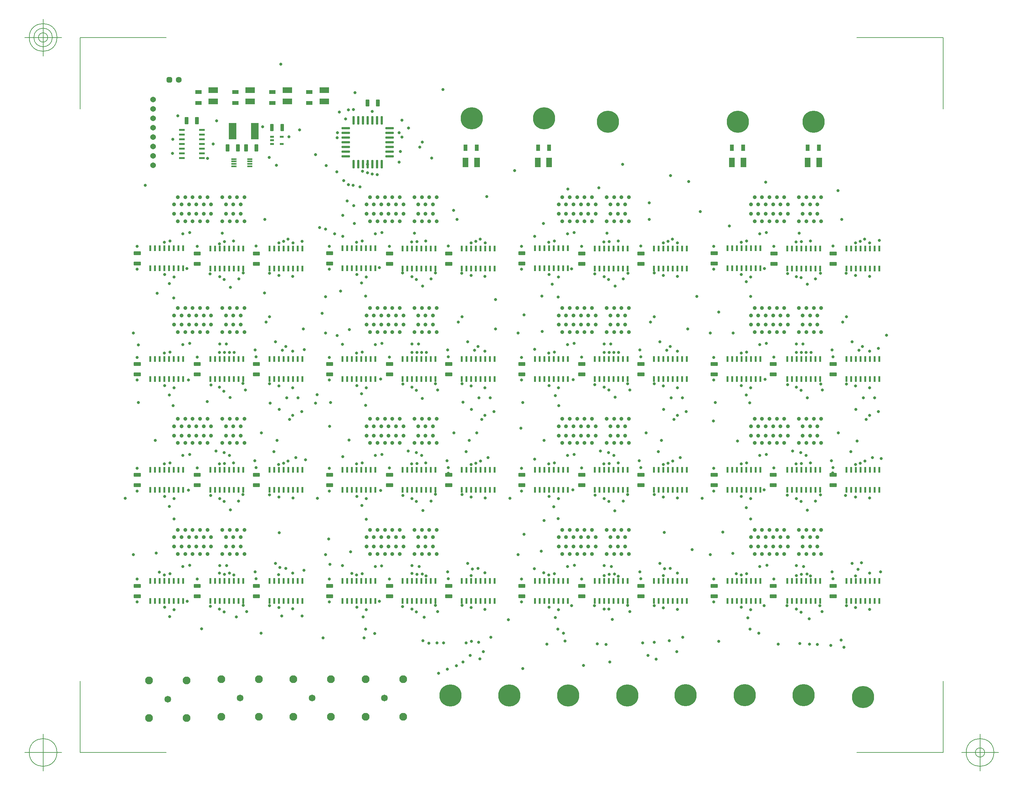
<source format=gbr>
G04 Generated by Ultiboard 13.0 *
%FSLAX34Y34*%
%MOMM*%

%ADD10C,0.0001*%
%ADD11C,0.1270*%
%ADD12C,6.0000*%
%ADD13R,1.5000X2.6000*%
%ADD14R,2.6000X1.5000*%
%ADD15C,1.0556*%
%ADD16C,0.8000*%
%ADD17R,0.1694X1.8628*%
%ADD18C,0.4232*%
%ADD19R,1.8628X0.1694*%
%ADD20R,0.5718X1.4818*%
%ADD21R,2.0000X4.5000*%
%ADD22R,1.3000X0.3500*%
%ADD23C,0.1000*%
%ADD24R,1.5500X0.6000*%
%ADD25R,1.1000X0.5500*%
%ADD26R,1.0500X1.7500*%
%ADD27R,1.7500X1.0500*%
%ADD28R,1.4818X0.5718*%
%ADD29R,0.6000X1.5500*%
%ADD30R,0.5291X0.5291*%
%ADD31C,0.9949*%
%ADD32C,1.6088*%
%ADD33C,1.5366*%
%ADD34C,2.1168*%
%ADD35C,1.8202*%


G04 ColorRGB FF00CC for the following layer *
%LNSolder Mask Top*%
%LPD*%
G54D10*
G54D11*
X-137315Y-815816D02*
X-137315Y-622403D01*
X-137315Y-815816D02*
X96098Y-815816D01*
X2196815Y-815816D02*
X1963402Y-815816D01*
X2196815Y-815816D02*
X2196815Y-622403D01*
X2196815Y1118315D02*
X2196815Y924902D01*
X2196815Y1118315D02*
X1963402Y1118315D01*
X-137315Y1118315D02*
X96098Y1118315D01*
X-137315Y1118315D02*
X-137315Y924902D01*
X-187315Y-815816D02*
X-287315Y-815816D01*
X-237315Y-865816D02*
X-237315Y-765816D01*
X-274815Y-815816D02*
G75*
D01*
G02X-274815Y-815816I37500J0*
G01*
X2246815Y-815816D02*
X2346815Y-815816D01*
X2296815Y-865816D02*
X2296815Y-765816D01*
X2259315Y-815816D02*
G75*
D01*
G02X2259315Y-815816I37500J0*
G01*
X2284315Y-815816D02*
G75*
D01*
G02X2284315Y-815816I12500J0*
G01*
X-187315Y1118315D02*
X-287315Y1118315D01*
X-237315Y1068315D02*
X-237315Y1168315D01*
X-274815Y1118315D02*
G75*
D01*
G02X-274815Y1118315I37500J0*
G01*
X-262315Y1118315D02*
G75*
D01*
G02X-262315Y1118315I25000J0*
G01*
X-249815Y1118315D02*
G75*
D01*
G02X-249815Y1118315I12500J0*
G01*
G54D12*
X1290000Y890000D03*
X921688Y900000D03*
X1642013Y890000D03*
X1846938Y890000D03*
X1117838Y900000D03*
X864276Y-661790D03*
X1023671Y-661790D03*
X1183066Y-661790D03*
X1342460Y-661790D03*
X1500605Y-660540D03*
X1660000Y-660540D03*
X1819395Y-660540D03*
X1980040Y-665460D03*
G54D13*
X1131588Y780000D03*
X1100588Y780000D03*
X936438Y780000D03*
X905438Y780000D03*
X1656763Y780000D03*
X1625763Y780000D03*
X1861688Y780000D03*
X1830688Y780000D03*
G54D14*
X223000Y945000D03*
X223000Y976000D03*
X323000Y976000D03*
X323000Y945000D03*
X423000Y945000D03*
X423000Y976000D03*
X523000Y976000D03*
X523000Y945000D03*
G54D15*
X137195Y641445D03*
X147195Y621445D03*
X157195Y641445D03*
X167195Y621445D03*
X177195Y641445D03*
X187195Y621445D03*
X197195Y641445D03*
X207195Y621445D03*
X217195Y641445D03*
X267195Y621445D03*
X247195Y621445D03*
X257195Y641445D03*
X287195Y621445D03*
X277195Y641445D03*
X307195Y621445D03*
X297195Y641445D03*
X117195Y666445D03*
X137195Y666445D03*
X157195Y666445D03*
X177195Y666445D03*
X197195Y666445D03*
X217195Y666445D03*
X257195Y666445D03*
X277195Y666445D03*
X297195Y666445D03*
X127195Y686445D03*
X147195Y686445D03*
X167195Y686445D03*
X187195Y686445D03*
X207195Y686445D03*
X247195Y686445D03*
X267195Y686445D03*
X287195Y686445D03*
X307195Y686445D03*
X117195Y641445D03*
X127195Y621445D03*
X137195Y41445D03*
X147195Y21445D03*
X157195Y41445D03*
X167195Y21445D03*
X177195Y41445D03*
X187195Y21445D03*
X197195Y41445D03*
X207195Y21445D03*
X217195Y41445D03*
X267195Y21445D03*
X247195Y21445D03*
X257195Y41445D03*
X287195Y21445D03*
X277195Y41445D03*
X307195Y21445D03*
X297195Y41445D03*
X117195Y66445D03*
X137195Y66445D03*
X157195Y66445D03*
X177195Y66445D03*
X197195Y66445D03*
X217195Y66445D03*
X257195Y66445D03*
X277195Y66445D03*
X297195Y66445D03*
X127195Y86445D03*
X147195Y86445D03*
X167195Y86445D03*
X187195Y86445D03*
X207195Y86445D03*
X247195Y86445D03*
X267195Y86445D03*
X287195Y86445D03*
X307195Y86445D03*
X117195Y41445D03*
X127195Y21445D03*
X137195Y341445D03*
X147195Y321445D03*
X157195Y341445D03*
X167195Y321445D03*
X177195Y341445D03*
X187195Y321445D03*
X197195Y341445D03*
X207195Y321445D03*
X217195Y341445D03*
X267195Y321445D03*
X247195Y321445D03*
X257195Y341445D03*
X287195Y321445D03*
X277195Y341445D03*
X307195Y321445D03*
X297195Y341445D03*
X117195Y366445D03*
X137195Y366445D03*
X157195Y366445D03*
X177195Y366445D03*
X197195Y366445D03*
X217195Y366445D03*
X257195Y366445D03*
X277195Y366445D03*
X297195Y366445D03*
X127195Y386445D03*
X147195Y386445D03*
X167195Y386445D03*
X187195Y386445D03*
X207195Y386445D03*
X247195Y386445D03*
X267195Y386445D03*
X287195Y386445D03*
X307195Y386445D03*
X117195Y341445D03*
X127195Y321445D03*
X137195Y-258555D03*
X147195Y-278555D03*
X157195Y-258555D03*
X167195Y-278555D03*
X177195Y-258555D03*
X187195Y-278555D03*
X197195Y-258555D03*
X207195Y-278555D03*
X217195Y-258555D03*
X267195Y-278555D03*
X247195Y-278555D03*
X257195Y-258555D03*
X287195Y-278555D03*
X277195Y-258555D03*
X307195Y-278555D03*
X297195Y-258555D03*
X117195Y-233555D03*
X137195Y-233555D03*
X157195Y-233555D03*
X177195Y-233555D03*
X197195Y-233555D03*
X217195Y-233555D03*
X257195Y-233555D03*
X277195Y-233555D03*
X297195Y-233555D03*
X127195Y-213555D03*
X147195Y-213555D03*
X167195Y-213555D03*
X187195Y-213555D03*
X207195Y-213555D03*
X247195Y-213555D03*
X267195Y-213555D03*
X287195Y-213555D03*
X307195Y-213555D03*
X117195Y-258555D03*
X127195Y-278555D03*
X657195Y641445D03*
X667195Y621445D03*
X677195Y641445D03*
X687195Y621445D03*
X697195Y641445D03*
X707195Y621445D03*
X717195Y641445D03*
X727195Y621445D03*
X737195Y641445D03*
X787195Y621445D03*
X767195Y621445D03*
X777195Y641445D03*
X807195Y621445D03*
X797195Y641445D03*
X827195Y621445D03*
X817195Y641445D03*
X637195Y666445D03*
X657195Y666445D03*
X677195Y666445D03*
X697195Y666445D03*
X717195Y666445D03*
X737195Y666445D03*
X777195Y666445D03*
X797195Y666445D03*
X817195Y666445D03*
X647195Y686445D03*
X667195Y686445D03*
X687195Y686445D03*
X707195Y686445D03*
X727195Y686445D03*
X767195Y686445D03*
X787195Y686445D03*
X807195Y686445D03*
X827195Y686445D03*
X637195Y641445D03*
X647195Y621445D03*
X657195Y341445D03*
X667195Y321445D03*
X677195Y341445D03*
X687195Y321445D03*
X697195Y341445D03*
X707195Y321445D03*
X717195Y341445D03*
X727195Y321445D03*
X737195Y341445D03*
X787195Y321445D03*
X767195Y321445D03*
X777195Y341445D03*
X807195Y321445D03*
X797195Y341445D03*
X827195Y321445D03*
X817195Y341445D03*
X637195Y366445D03*
X657195Y366445D03*
X677195Y366445D03*
X697195Y366445D03*
X717195Y366445D03*
X737195Y366445D03*
X777195Y366445D03*
X797195Y366445D03*
X817195Y366445D03*
X647195Y386445D03*
X667195Y386445D03*
X687195Y386445D03*
X707195Y386445D03*
X727195Y386445D03*
X767195Y386445D03*
X787195Y386445D03*
X807195Y386445D03*
X827195Y386445D03*
X637195Y341445D03*
X647195Y321445D03*
X657195Y41445D03*
X667195Y21445D03*
X677195Y41445D03*
X687195Y21445D03*
X697195Y41445D03*
X707195Y21445D03*
X717195Y41445D03*
X727195Y21445D03*
X737195Y41445D03*
X787195Y21445D03*
X767195Y21445D03*
X777195Y41445D03*
X807195Y21445D03*
X797195Y41445D03*
X827195Y21445D03*
X817195Y41445D03*
X637195Y66445D03*
X657195Y66445D03*
X677195Y66445D03*
X697195Y66445D03*
X717195Y66445D03*
X737195Y66445D03*
X777195Y66445D03*
X797195Y66445D03*
X817195Y66445D03*
X647195Y86445D03*
X667195Y86445D03*
X687195Y86445D03*
X707195Y86445D03*
X727195Y86445D03*
X767195Y86445D03*
X787195Y86445D03*
X807195Y86445D03*
X827195Y86445D03*
X637195Y41445D03*
X647195Y21445D03*
X657195Y-258555D03*
X667195Y-278555D03*
X677195Y-258555D03*
X687195Y-278555D03*
X697195Y-258555D03*
X707195Y-278555D03*
X717195Y-258555D03*
X727195Y-278555D03*
X737195Y-258555D03*
X787195Y-278555D03*
X767195Y-278555D03*
X777195Y-258555D03*
X807195Y-278555D03*
X797195Y-258555D03*
X827195Y-278555D03*
X817195Y-258555D03*
X637195Y-233555D03*
X657195Y-233555D03*
X677195Y-233555D03*
X697195Y-233555D03*
X717195Y-233555D03*
X737195Y-233555D03*
X777195Y-233555D03*
X797195Y-233555D03*
X817195Y-233555D03*
X647195Y-213555D03*
X667195Y-213555D03*
X687195Y-213555D03*
X707195Y-213555D03*
X727195Y-213555D03*
X767195Y-213555D03*
X787195Y-213555D03*
X807195Y-213555D03*
X827195Y-213555D03*
X637195Y-258555D03*
X647195Y-278555D03*
X1177195Y341445D03*
X1187195Y321445D03*
X1197195Y341445D03*
X1207195Y321445D03*
X1217195Y341445D03*
X1227195Y321445D03*
X1237195Y341445D03*
X1247195Y321445D03*
X1257195Y341445D03*
X1307195Y321445D03*
X1287195Y321445D03*
X1297195Y341445D03*
X1327195Y321445D03*
X1317195Y341445D03*
X1347195Y321445D03*
X1337195Y341445D03*
X1157195Y366445D03*
X1177195Y366445D03*
X1197195Y366445D03*
X1217195Y366445D03*
X1237195Y366445D03*
X1257195Y366445D03*
X1297195Y366445D03*
X1317195Y366445D03*
X1337195Y366445D03*
X1167195Y386445D03*
X1187195Y386445D03*
X1207195Y386445D03*
X1227195Y386445D03*
X1247195Y386445D03*
X1287195Y386445D03*
X1307195Y386445D03*
X1327195Y386445D03*
X1347195Y386445D03*
X1157195Y341445D03*
X1167195Y321445D03*
X1177195Y41445D03*
X1187195Y21445D03*
X1197195Y41445D03*
X1207195Y21445D03*
X1217195Y41445D03*
X1227195Y21445D03*
X1237195Y41445D03*
X1247195Y21445D03*
X1257195Y41445D03*
X1307195Y21445D03*
X1287195Y21445D03*
X1297195Y41445D03*
X1327195Y21445D03*
X1317195Y41445D03*
X1347195Y21445D03*
X1337195Y41445D03*
X1157195Y66445D03*
X1177195Y66445D03*
X1197195Y66445D03*
X1217195Y66445D03*
X1237195Y66445D03*
X1257195Y66445D03*
X1297195Y66445D03*
X1317195Y66445D03*
X1337195Y66445D03*
X1167195Y86445D03*
X1187195Y86445D03*
X1207195Y86445D03*
X1227195Y86445D03*
X1247195Y86445D03*
X1287195Y86445D03*
X1307195Y86445D03*
X1327195Y86445D03*
X1347195Y86445D03*
X1157195Y41445D03*
X1167195Y21445D03*
X1177195Y-258555D03*
X1187195Y-278555D03*
X1197195Y-258555D03*
X1207195Y-278555D03*
X1217195Y-258555D03*
X1227195Y-278555D03*
X1237195Y-258555D03*
X1247195Y-278555D03*
X1257195Y-258555D03*
X1307195Y-278555D03*
X1287195Y-278555D03*
X1297195Y-258555D03*
X1327195Y-278555D03*
X1317195Y-258555D03*
X1347195Y-278555D03*
X1337195Y-258555D03*
X1157195Y-233555D03*
X1177195Y-233555D03*
X1197195Y-233555D03*
X1217195Y-233555D03*
X1237195Y-233555D03*
X1257195Y-233555D03*
X1297195Y-233555D03*
X1317195Y-233555D03*
X1337195Y-233555D03*
X1167195Y-213555D03*
X1187195Y-213555D03*
X1207195Y-213555D03*
X1227195Y-213555D03*
X1247195Y-213555D03*
X1287195Y-213555D03*
X1307195Y-213555D03*
X1327195Y-213555D03*
X1347195Y-213555D03*
X1157195Y-258555D03*
X1167195Y-278555D03*
X1177195Y641445D03*
X1187195Y621445D03*
X1197195Y641445D03*
X1207195Y621445D03*
X1217195Y641445D03*
X1227195Y621445D03*
X1237195Y641445D03*
X1247195Y621445D03*
X1257195Y641445D03*
X1307195Y621445D03*
X1287195Y621445D03*
X1297195Y641445D03*
X1327195Y621445D03*
X1317195Y641445D03*
X1347195Y621445D03*
X1337195Y641445D03*
X1157195Y666445D03*
X1177195Y666445D03*
X1197195Y666445D03*
X1217195Y666445D03*
X1237195Y666445D03*
X1257195Y666445D03*
X1297195Y666445D03*
X1317195Y666445D03*
X1337195Y666445D03*
X1167195Y686445D03*
X1187195Y686445D03*
X1207195Y686445D03*
X1227195Y686445D03*
X1247195Y686445D03*
X1287195Y686445D03*
X1307195Y686445D03*
X1327195Y686445D03*
X1347195Y686445D03*
X1157195Y641445D03*
X1167195Y621445D03*
X1697195Y341445D03*
X1707195Y321445D03*
X1717195Y341445D03*
X1727195Y321445D03*
X1737195Y341445D03*
X1747195Y321445D03*
X1757195Y341445D03*
X1767195Y321445D03*
X1777195Y341445D03*
X1827195Y321445D03*
X1807195Y321445D03*
X1817195Y341445D03*
X1847195Y321445D03*
X1837195Y341445D03*
X1867195Y321445D03*
X1857195Y341445D03*
X1677195Y366445D03*
X1697195Y366445D03*
X1717195Y366445D03*
X1737195Y366445D03*
X1757195Y366445D03*
X1777195Y366445D03*
X1817195Y366445D03*
X1837195Y366445D03*
X1857195Y366445D03*
X1687195Y386445D03*
X1707195Y386445D03*
X1727195Y386445D03*
X1747195Y386445D03*
X1767195Y386445D03*
X1807195Y386445D03*
X1827195Y386445D03*
X1847195Y386445D03*
X1867195Y386445D03*
X1677195Y341445D03*
X1687195Y321445D03*
X1697195Y41445D03*
X1707195Y21445D03*
X1717195Y41445D03*
X1727195Y21445D03*
X1737195Y41445D03*
X1747195Y21445D03*
X1757195Y41445D03*
X1767195Y21445D03*
X1777195Y41445D03*
X1827195Y21445D03*
X1807195Y21445D03*
X1817195Y41445D03*
X1847195Y21445D03*
X1837195Y41445D03*
X1867195Y21445D03*
X1857195Y41445D03*
X1677195Y66445D03*
X1697195Y66445D03*
X1717195Y66445D03*
X1737195Y66445D03*
X1757195Y66445D03*
X1777195Y66445D03*
X1817195Y66445D03*
X1837195Y66445D03*
X1857195Y66445D03*
X1687195Y86445D03*
X1707195Y86445D03*
X1727195Y86445D03*
X1747195Y86445D03*
X1767195Y86445D03*
X1807195Y86445D03*
X1827195Y86445D03*
X1847195Y86445D03*
X1867195Y86445D03*
X1677195Y41445D03*
X1687195Y21445D03*
X1697195Y-258555D03*
X1707195Y-278555D03*
X1717195Y-258555D03*
X1727195Y-278555D03*
X1737195Y-258555D03*
X1747195Y-278555D03*
X1757195Y-258555D03*
X1767195Y-278555D03*
X1777195Y-258555D03*
X1827195Y-278555D03*
X1807195Y-278555D03*
X1817195Y-258555D03*
X1847195Y-278555D03*
X1837195Y-258555D03*
X1867195Y-278555D03*
X1857195Y-258555D03*
X1677195Y-233555D03*
X1697195Y-233555D03*
X1717195Y-233555D03*
X1737195Y-233555D03*
X1757195Y-233555D03*
X1777195Y-233555D03*
X1817195Y-233555D03*
X1837195Y-233555D03*
X1857195Y-233555D03*
X1687195Y-213555D03*
X1707195Y-213555D03*
X1727195Y-213555D03*
X1747195Y-213555D03*
X1767195Y-213555D03*
X1807195Y-213555D03*
X1827195Y-213555D03*
X1847195Y-213555D03*
X1867195Y-213555D03*
X1677195Y-258555D03*
X1687195Y-278555D03*
X1697195Y641445D03*
X1707195Y621445D03*
X1717195Y641445D03*
X1727195Y621445D03*
X1737195Y641445D03*
X1747195Y621445D03*
X1757195Y641445D03*
X1767195Y621445D03*
X1777195Y641445D03*
X1827195Y621445D03*
X1807195Y621445D03*
X1817195Y641445D03*
X1847195Y621445D03*
X1837195Y641445D03*
X1867195Y621445D03*
X1857195Y641445D03*
X1677195Y666445D03*
X1697195Y666445D03*
X1717195Y666445D03*
X1737195Y666445D03*
X1757195Y666445D03*
X1777195Y666445D03*
X1817195Y666445D03*
X1837195Y666445D03*
X1857195Y666445D03*
X1687195Y686445D03*
X1707195Y686445D03*
X1727195Y686445D03*
X1747195Y686445D03*
X1767195Y686445D03*
X1807195Y686445D03*
X1827195Y686445D03*
X1847195Y686445D03*
X1867195Y686445D03*
X1677195Y641445D03*
X1687195Y621445D03*
G54D16*
X39000Y718500D03*
X113000Y804500D03*
X127000Y906000D03*
X232000Y892500D03*
X666000Y747000D03*
X374000Y794000D03*
X116500Y-429500D03*
X240000Y-428000D03*
X400500Y-424000D03*
X105500Y-332500D03*
X141000Y-312500D03*
X419000Y-317500D03*
X438000Y-330500D03*
X240500Y-310500D03*
X391000Y-304500D03*
X7000Y-281000D03*
X-15000Y-128500D03*
X116500Y-129500D03*
X105500Y-32500D03*
X239500Y-35000D03*
X278000Y-32500D03*
X141000Y-12500D03*
X266500Y-12500D03*
X335041Y-27000D03*
X446000Y-18500D03*
X230000Y-500D03*
X252000Y-5000D03*
X387000Y-2500D03*
X395500Y28500D03*
X353500Y49000D03*
X429000Y85000D03*
X438000Y96500D03*
X462000Y106000D03*
X401000Y112500D03*
X421500Y143500D03*
X116500Y170500D03*
X240000Y172000D03*
X400500Y176000D03*
X438000Y171000D03*
X105500Y267500D03*
X266500Y266000D03*
X279500Y266500D03*
X141000Y287500D03*
X419000Y282500D03*
X438000Y269500D03*
X240500Y289500D03*
X391000Y295500D03*
X7000Y319000D03*
X375500Y363000D03*
X292000Y465500D03*
X116500Y470500D03*
X400500Y475000D03*
X438000Y472000D03*
X105500Y567500D03*
X278000Y567500D03*
X400500Y563000D03*
X438500Y563000D03*
X141000Y587500D03*
X425000Y573000D03*
X247500Y589000D03*
X636500Y-429500D03*
X920500Y-424000D03*
X958000Y-429000D03*
X536695Y-347055D03*
X625500Y-332500D03*
X773500Y-334000D03*
X661000Y-312500D03*
X939000Y-317500D03*
X760500Y-310500D03*
X911000Y-304500D03*
X527000Y-281000D03*
X505000Y-128500D03*
X636500Y-129500D03*
X536695Y-47055D03*
X625500Y-32500D03*
X759500Y-35000D03*
X773500Y-34000D03*
X798000Y-32500D03*
X933000Y-33000D03*
X661000Y-12500D03*
X786500Y-12500D03*
X855041Y-27000D03*
X966000Y-18500D03*
X750000Y-500D03*
X772000Y-5000D03*
X907000Y-2500D03*
X915500Y28500D03*
X873500Y49000D03*
X949000Y85000D03*
X958000Y96500D03*
X982000Y106000D03*
X921000Y112500D03*
X941500Y143500D03*
X636500Y170500D03*
X760000Y172000D03*
X920500Y176000D03*
X958000Y171000D03*
X536695Y252945D03*
X625500Y267500D03*
X773500Y266000D03*
X786500Y266000D03*
X799500Y266500D03*
X661000Y287500D03*
X939000Y282500D03*
X929500Y272500D03*
X958000Y269500D03*
X760500Y289500D03*
X911000Y295500D03*
X527000Y319000D03*
X885500Y348500D03*
X895500Y363000D03*
X812000Y465500D03*
X636500Y470500D03*
X920500Y475000D03*
X958000Y472000D03*
X536695Y552945D03*
X625500Y567500D03*
X759500Y565000D03*
X773500Y566000D03*
X798000Y567500D03*
X920500Y563000D03*
X933000Y567000D03*
X958500Y563000D03*
X661000Y587500D03*
X945000Y573000D03*
X767500Y589000D03*
X882500Y626000D03*
X1676500Y-429500D03*
X1800000Y-428000D03*
X1960500Y-424000D03*
X1998000Y-429000D03*
X1576695Y-347055D03*
X1665500Y-332500D03*
X1813500Y-334000D03*
X1828500Y-333500D03*
X1701000Y-312500D03*
X1998000Y-330500D03*
X1800500Y-310500D03*
X1951000Y-304500D03*
X1567000Y-281000D03*
X1545000Y-128500D03*
X1676500Y-129500D03*
X1576695Y-47055D03*
X1665500Y-32500D03*
X1799500Y-35000D03*
X1813500Y-34000D03*
X1838000Y-32500D03*
X1973000Y-33000D03*
X1701000Y-12500D03*
X1826500Y-12500D03*
X1895041Y-27000D03*
X2006000Y-18500D03*
X1790000Y-500D03*
X1812000Y-5000D03*
X1947000Y-2500D03*
X1913500Y49000D03*
X1989000Y85000D03*
X1998000Y96500D03*
X2022000Y106000D03*
X1961000Y112500D03*
X1981500Y143500D03*
X1676500Y170500D03*
X1800000Y172000D03*
X1960500Y176000D03*
X1998000Y171000D03*
X1576695Y252945D03*
X1665500Y267500D03*
X1813500Y266000D03*
X1826500Y266000D03*
X1839500Y266500D03*
X1701000Y287500D03*
X1979000Y282500D03*
X1969500Y272500D03*
X1998000Y269500D03*
X1800500Y289500D03*
X1951000Y295500D03*
X1567000Y319000D03*
X1925500Y348500D03*
X1935500Y363000D03*
X1852000Y465500D03*
X1676500Y470500D03*
X1960500Y475000D03*
X1998000Y472000D03*
X1576695Y552945D03*
X1665500Y567500D03*
X1799500Y565000D03*
X1813500Y566000D03*
X1838000Y567500D03*
X1960500Y563000D03*
X1973000Y567000D03*
X1998500Y563000D03*
X1701000Y587500D03*
X1985000Y573000D03*
X1807500Y589000D03*
X1922500Y626000D03*
X1156500Y-429500D03*
X1280000Y-428000D03*
X1478000Y-429000D03*
X1056695Y-347055D03*
X1145500Y-332500D03*
X1293500Y-334000D03*
X1308500Y-333500D03*
X1181000Y-312500D03*
X1459000Y-317500D03*
X1478000Y-330500D03*
X1280500Y-310500D03*
X1431000Y-304500D03*
X1047000Y-281000D03*
X1025000Y-128500D03*
X1156500Y-129500D03*
X1056695Y-47055D03*
X1145500Y-32500D03*
X1279500Y-35000D03*
X1293500Y-34000D03*
X1318000Y-32500D03*
X1453000Y-33000D03*
X1181000Y-12500D03*
X1306500Y-12500D03*
X1375041Y-27000D03*
X1486000Y-18500D03*
X1270000Y-500D03*
X1292000Y-5000D03*
X1427000Y-2500D03*
X1435500Y28500D03*
X1393500Y49000D03*
X1469000Y85000D03*
X1478000Y96500D03*
X1502000Y106000D03*
X1441000Y112500D03*
X1461500Y143500D03*
X1156500Y170500D03*
X1280000Y172000D03*
X1440500Y176000D03*
X1478000Y171000D03*
X1056695Y252945D03*
X1145500Y267500D03*
X1293500Y266000D03*
X1306500Y266000D03*
X1319500Y266500D03*
X1181000Y287500D03*
X1459000Y282500D03*
X1449500Y272500D03*
X1478000Y269500D03*
X1280500Y289500D03*
X1431000Y295500D03*
X1047000Y319000D03*
X1405500Y348500D03*
X1415500Y363000D03*
X1332000Y465500D03*
X1156500Y470500D03*
X1440500Y475000D03*
X1478000Y472000D03*
X1056695Y552945D03*
X1145500Y567500D03*
X1279500Y565000D03*
X1293500Y566000D03*
X1318000Y567500D03*
X1440500Y563000D03*
X1453000Y567000D03*
X1478500Y563000D03*
X1181000Y587500D03*
X1465000Y573000D03*
X1287500Y589000D03*
X1402500Y626000D03*
X1675000Y-482000D03*
X1154500Y-482000D03*
X659500Y-494000D03*
X352500Y-493000D03*
X631000Y-505500D03*
X973500Y-504500D03*
X266500Y-331000D03*
X408500Y-447000D03*
X463500Y-447000D03*
X438000Y-427000D03*
X790000Y-513500D03*
X760000Y-428000D03*
X856000Y-590500D03*
X806000Y-520000D03*
X880500Y-581000D03*
X828500Y-519500D03*
X16695Y-347055D03*
X253500Y-334000D03*
X16695Y-47055D03*
X253500Y-34000D03*
X413000Y-33000D03*
X16695Y252945D03*
X253500Y266000D03*
X409500Y272500D03*
X365500Y348500D03*
X16695Y552945D03*
X253500Y566000D03*
X413000Y567000D03*
X362500Y626000D03*
X403000Y-315000D03*
X788500Y-333500D03*
X898000Y-571000D03*
X845500Y-519500D03*
X924000Y-320000D03*
X918000Y-553500D03*
X906500Y-519500D03*
X944500Y-563000D03*
X921000Y-515500D03*
X953000Y-543500D03*
X940500Y-517500D03*
X832000Y-601500D03*
X1966500Y-320500D03*
X1751000Y-523000D03*
X1477000Y-543500D03*
X1456500Y-513500D03*
X1415500Y-518000D03*
X1398500Y-553500D03*
X1384000Y-519500D03*
X1295500Y-571000D03*
X1285000Y-523500D03*
X1224000Y-580500D03*
X1261500Y-522000D03*
X1174500Y-514500D03*
X1060000Y-588500D03*
X427500Y849500D03*
X1182000Y708500D03*
X1459500Y744500D03*
X1330500Y775500D03*
X1509000Y728500D03*
X1717000Y727000D03*
X602000Y923000D03*
X2028000Y-327500D03*
X1864000Y-418500D03*
X2029500Y-21000D03*
X733000Y894500D03*
X2021500Y277000D03*
X788000Y835500D03*
X2024500Y569500D03*
X1712500Y-418500D03*
X1192000Y-419000D03*
X1344000Y-418000D03*
X1344000Y-118000D03*
X1344000Y182000D03*
X823500Y481000D03*
X824000Y182000D03*
X824000Y-117500D03*
X824000Y-417500D03*
X304000Y481000D03*
X303500Y182500D03*
X303500Y-118500D03*
X304000Y-418000D03*
X1713000Y-105500D03*
X1775500Y-119500D03*
X1776500Y179500D03*
X1715500Y193500D03*
X1776500Y479500D03*
X1714000Y493500D03*
X1255500Y-119500D03*
X1195500Y-105500D03*
X1255000Y179000D03*
X1196000Y193000D03*
X1255000Y478500D03*
X1192500Y492500D03*
X735000Y481500D03*
X672500Y495500D03*
X736000Y180500D03*
X675500Y194500D03*
X735500Y-121000D03*
X675500Y-107000D03*
X735000Y-421000D03*
X672500Y-407000D03*
X215000Y-420500D03*
X152500Y-406500D03*
X216000Y-120500D03*
X155500Y-106500D03*
X216500Y178000D03*
X155500Y192000D03*
X214000Y479000D03*
X151500Y493000D03*
X781500Y822000D03*
X1092500Y580500D03*
X751000Y873500D03*
X1092500Y275000D03*
X640000Y752500D03*
X588500Y922500D03*
X564000Y916500D03*
X1092500Y-22000D03*
X581000Y898000D03*
X1091500Y-318500D03*
X559000Y860500D03*
X725500Y860500D03*
X729000Y809500D03*
X652500Y748500D03*
X588500Y720000D03*
X573500Y580500D03*
X575500Y731000D03*
X526500Y417000D03*
X504000Y152000D03*
X573500Y-15500D03*
X499500Y801500D03*
X500000Y129000D03*
X572500Y-310500D03*
X1344500Y480500D03*
X1865000Y480500D03*
X1935000Y480500D03*
X1866000Y181000D03*
X1865500Y-119000D03*
X1933000Y-121000D03*
X733500Y848500D03*
X726000Y781000D03*
X601000Y718000D03*
X585000Y676000D03*
X463500Y567000D03*
X602500Y663000D03*
X469000Y273500D03*
X510500Y604000D03*
X472500Y-24500D03*
X558000Y847500D03*
X528000Y771500D03*
X527000Y600000D03*
X468000Y-323000D03*
X1809500Y-521000D03*
X1856500Y-523500D03*
X1836000Y-523000D03*
X1921000Y-511500D03*
X1929000Y-531500D03*
X520000Y-505500D03*
X1964000Y26500D03*
X1976500Y-303000D03*
X239500Y560500D03*
X1125500Y-523000D03*
X1830000Y450500D03*
X1310000Y445500D03*
X269000Y442500D03*
X788500Y142000D03*
X1310000Y145000D03*
X1830000Y143500D03*
X269000Y-159500D03*
X790000Y-161000D03*
X1309000Y-162000D03*
X1830000Y-160000D03*
X1834500Y-454000D03*
X1668500Y-452000D03*
X1302000Y-456000D03*
X1148500Y-451000D03*
X793000Y-450000D03*
X628500Y-449000D03*
X105000Y-448500D03*
X1676500Y-184500D03*
X1674000Y130000D03*
X1157500Y122000D03*
X114000Y122000D03*
X1156000Y-183500D03*
X116000Y414000D03*
X635000Y418500D03*
X1156000Y416000D03*
X1676500Y417500D03*
X573500Y637500D03*
X456500Y868250D03*
X1540000Y647500D03*
X1038500Y758500D03*
X1118000Y28000D03*
X1055000Y61500D03*
X1117500Y-188000D03*
X1110000Y-271500D03*
X1063500Y-226000D03*
X535500Y-238000D03*
X537500Y66500D03*
X206500Y133500D03*
X376500Y129000D03*
X898000Y132000D03*
X936000Y49000D03*
X401000Y-221000D03*
X986500Y409000D03*
X1063500Y368000D03*
X1111500Y419000D03*
X517500Y372500D03*
X567000Y432000D03*
X362000Y427500D03*
X71500Y426000D03*
X1531000Y417500D03*
X1590500Y375500D03*
X1576000Y81000D03*
X1601000Y-220000D03*
X1590500Y-515500D03*
X1442500Y-220500D03*
X1518000Y-267000D03*
X20000Y287000D03*
X66000Y28000D03*
X68500Y-276500D03*
X594500Y-273000D03*
X538500Y-307000D03*
X590500Y29000D03*
X591000Y328000D03*
X558000Y312000D03*
X604500Y615000D03*
X551500Y587000D03*
X1116000Y615500D03*
X1112500Y323000D03*
X1628500Y-277000D03*
X1640500Y27000D03*
X1629000Y319000D03*
X1619000Y608500D03*
X557000Y755000D03*
X113500Y842500D03*
X1265500Y712000D03*
X606000Y969000D03*
X1913000Y704000D03*
X653000Y918000D03*
X394000Y772500D03*
X873000Y651000D03*
X1465500Y-27146D03*
X1985500Y-27146D03*
X945500Y-27146D03*
X425500Y-27146D03*
X1170500Y-493500D03*
X1698500Y-493500D03*
X678500Y-311000D03*
X1199500Y-309750D03*
X1720793Y-309707D03*
X159500Y-309750D03*
X679000Y-9500D03*
X1199000Y-9500D03*
X1719000Y-9500D03*
X159000Y-9500D03*
X679000Y290500D03*
X1199000Y290500D03*
X159000Y290500D03*
X1719000Y290500D03*
X679000Y590500D03*
X1199000Y590500D03*
X159000Y590500D03*
X1719000Y590500D03*
X16695Y491445D03*
X91195Y476945D03*
X104075Y452500D03*
X252500Y463468D03*
X1056695Y491445D03*
X16695Y191445D03*
X1576695Y491445D03*
X536695Y491445D03*
X1131195Y476945D03*
X91195Y176945D03*
X1139500Y451000D03*
X104000Y151000D03*
X1651195Y476945D03*
X611195Y476945D03*
X1664500Y458000D03*
X624000Y454500D03*
X1292295Y463205D03*
X251500Y161500D03*
X268500Y144500D03*
X1813000Y468500D03*
X772500Y463860D03*
X1056695Y191445D03*
X789000Y446000D03*
X16695Y-108555D03*
X1576695Y191445D03*
X536695Y191445D03*
X1131195Y176945D03*
X91195Y-123055D03*
X1148500Y149500D03*
X1651195Y176945D03*
X611195Y176945D03*
X104500Y-150000D03*
X1664500Y151500D03*
X623750Y154500D03*
X1293000Y164390D03*
X252000Y-136709D03*
X1813000Y163890D03*
X772500Y163468D03*
X1056695Y-108555D03*
X16695Y-408555D03*
X1576695Y-108555D03*
X536695Y-108555D03*
X1131195Y-123055D03*
X91195Y-423055D03*
X1144250Y-151000D03*
X1651195Y-123055D03*
X611195Y-123055D03*
X1664500Y-154000D03*
X624500Y-148000D03*
X1292780Y-136310D03*
X252000Y-436000D03*
X1812780Y-136310D03*
X772500Y-137000D03*
X285500Y-449000D03*
X1056695Y-408555D03*
X1576695Y-408555D03*
X536695Y-408555D03*
X1131195Y-423055D03*
X1651195Y-423055D03*
X611195Y-423055D03*
X1293000Y-428110D03*
X1812545Y-436545D03*
X772000Y-436000D03*
X222500Y830500D03*
X627000Y756500D03*
X207500Y791500D03*
X356500Y877000D03*
X640000Y775000D03*
X405500Y1046500D03*
X844000Y977500D03*
X813500Y792000D03*
X90695Y564695D03*
X962500Y688000D03*
X1402500Y670890D03*
X339000Y554500D03*
X610695Y564695D03*
X1130695Y564695D03*
X1650695Y564695D03*
X90695Y264695D03*
X859000Y554500D03*
X1379000Y554500D03*
X179500Y553500D03*
X339000Y254500D03*
X610695Y264695D03*
X1899000Y554500D03*
X699500Y553500D03*
X1650695Y264695D03*
X1219500Y553500D03*
X1130695Y264695D03*
X452000Y143500D03*
X859000Y254500D03*
X1379000Y254500D03*
X90695Y-35305D03*
X179500Y253500D03*
X1739500Y553500D03*
X339000Y-45500D03*
X972000Y143500D03*
X1899000Y254500D03*
X1492000Y143500D03*
X610695Y-35305D03*
X699500Y253500D03*
X1219500Y253500D03*
X859000Y-45500D03*
X2012000Y143500D03*
X1650695Y-35305D03*
X1379000Y-45500D03*
X179500Y-46500D03*
X339000Y-345500D03*
X1130695Y-35305D03*
X859000Y-60500D03*
X1379500Y-65500D03*
X1739500Y253500D03*
X90695Y-335305D03*
X1899000Y-45500D03*
X1898500Y-59750D03*
X699500Y-46500D03*
X1219500Y-46500D03*
X179500Y-346500D03*
X610695Y-335305D03*
X1444000Y-319000D03*
X859000Y-345500D03*
X1739500Y-46500D03*
X1650695Y-335305D03*
X1379000Y-345500D03*
X1130695Y-335305D03*
X1899000Y-345500D03*
X699500Y-346500D03*
X1219500Y-346500D03*
X1739500Y-346500D03*
X191500Y-481500D03*
X635000Y-482000D03*
X77500Y-328250D03*
X1637500Y-332000D03*
X1117000Y-330000D03*
X597500Y-331097D03*
X620000Y714500D03*
X375000Y182000D03*
X572500Y288500D03*
X895500Y181500D03*
X1415500Y181500D03*
X1935500Y180500D03*
X375000Y-119000D03*
X895500Y-118000D03*
X1415500Y-118500D03*
X375500Y-418500D03*
X895500Y-418000D03*
X1254000Y-419000D03*
X1415500Y-418500D03*
X1935500Y-419000D03*
X1774500Y-418500D03*
X1493000Y-504500D03*
X1021000Y-457000D03*
X1580500Y130500D03*
X1060500Y130500D03*
X636500Y-185000D03*
X540500Y130500D03*
X116500Y-184000D03*
X635000Y123500D03*
X20500Y130500D03*
X1280500Y-129000D03*
X760500Y-129000D03*
X240500Y-129000D03*
X1800500Y-129000D03*
X1280500Y471000D03*
X760500Y471000D03*
X240500Y471000D03*
X1800500Y471000D03*
X240000Y-331000D03*
X1800000Y-337000D03*
X760000Y-331500D03*
X1280000Y-337250D03*
X240000Y266000D03*
X1800000Y266000D03*
X1280000Y266000D03*
X760000Y266000D03*
X1838500Y-338500D03*
X1318500Y-339000D03*
X278500Y-335500D03*
X1819500Y-312500D03*
X798500Y-338000D03*
X259500Y-310500D03*
X1299500Y-312500D03*
X779500Y-312500D03*
X1818000Y289500D03*
X258000Y289500D03*
X1298000Y289500D03*
X778000Y289500D03*
X313500Y-435000D03*
X1869905Y-434500D03*
X829905Y-434500D03*
X336500Y-327000D03*
X1896500Y-327000D03*
X1349905Y-434500D03*
X856500Y-327000D03*
X291707Y-135500D03*
X1851707Y-135500D03*
X1376500Y-327000D03*
X811707Y-135500D03*
X1331707Y-135500D03*
X310000Y165000D03*
X1870000Y165000D03*
X830000Y165000D03*
X336500Y273000D03*
X1896500Y273000D03*
X1350000Y165000D03*
X856500Y273000D03*
X1376500Y273000D03*
X1421000Y-563500D03*
X1440500Y-425000D03*
X400500Y-125250D03*
X920500Y-125250D03*
X1440500Y-125250D03*
X1960500Y-125250D03*
X1893500Y-526500D03*
X920500Y-337000D03*
X1960500Y-338500D03*
X1440323Y-337177D03*
X400000Y-335000D03*
X920000Y-36750D03*
X1960000Y-36750D03*
X1440000Y-36750D03*
X400000Y-36750D03*
X986500Y330000D03*
X2043500Y312500D03*
X1506500Y330000D03*
X466500Y330000D03*
X957823Y-330177D03*
X1998500Y-127750D03*
X1478500Y-127750D03*
X958500Y-127750D03*
X438500Y-127750D03*
X375500Y480500D03*
X895000Y480500D03*
X1415500Y481000D03*
G54D17*
X614600Y894267D03*
X627300Y894267D03*
X614600Y775733D03*
X601900Y775733D03*
X627300Y775733D03*
X640000Y775733D03*
X652700Y775733D03*
X665400Y775733D03*
X678100Y775733D03*
X601900Y894267D03*
X640000Y894267D03*
X652700Y894267D03*
X665400Y894267D03*
X678100Y894267D03*
G54D18*
X613753Y884953D02*
X615447Y884953D01*
X615447Y903581D01*
X613753Y903581D01*
X613753Y884953D01*D02*
X626453Y884953D02*
X628147Y884953D01*
X628147Y903581D01*
X626453Y903581D01*
X626453Y884953D01*D02*
X613753Y766419D02*
X615447Y766419D01*
X615447Y785047D01*
X613753Y785047D01*
X613753Y766419D01*D02*
X601053Y766419D02*
X602747Y766419D01*
X602747Y785047D01*
X601053Y785047D01*
X601053Y766419D01*D02*
X626453Y766419D02*
X628147Y766419D01*
X628147Y785047D01*
X626453Y785047D01*
X626453Y766419D01*D02*
X639153Y766419D02*
X640847Y766419D01*
X640847Y785047D01*
X639153Y785047D01*
X639153Y766419D01*D02*
X651853Y766419D02*
X653547Y766419D01*
X653547Y785047D01*
X651853Y785047D01*
X651853Y766419D01*D02*
X664553Y766419D02*
X666247Y766419D01*
X666247Y785047D01*
X664553Y785047D01*
X664553Y766419D01*D02*
X677253Y766419D02*
X678947Y766419D01*
X678947Y785047D01*
X677253Y785047D01*
X677253Y766419D01*D02*
X571419Y796053D02*
X590047Y796053D01*
X590047Y797747D01*
X571419Y797747D01*
X571419Y796053D01*D02*
X571419Y808753D02*
X590047Y808753D01*
X590047Y810447D01*
X571419Y810447D01*
X571419Y808753D01*D02*
X689953Y796053D02*
X708581Y796053D01*
X708581Y797747D01*
X689953Y797747D01*
X689953Y796053D01*D02*
X689953Y808753D02*
X708581Y808753D01*
X708581Y810447D01*
X689953Y810447D01*
X689953Y808753D01*D02*
X571419Y821453D02*
X590047Y821453D01*
X590047Y823147D01*
X571419Y823147D01*
X571419Y821453D01*D02*
X689953Y821453D02*
X708581Y821453D01*
X708581Y823147D01*
X689953Y823147D01*
X689953Y821453D01*D02*
X571419Y834153D02*
X590047Y834153D01*
X590047Y835847D01*
X571419Y835847D01*
X571419Y834153D01*D02*
X571419Y846853D02*
X590047Y846853D01*
X590047Y848547D01*
X571419Y848547D01*
X571419Y846853D01*D02*
X689953Y834153D02*
X708581Y834153D01*
X708581Y835847D01*
X689953Y835847D01*
X689953Y834153D01*D02*
X689953Y846853D02*
X708581Y846853D01*
X708581Y848547D01*
X689953Y848547D01*
X689953Y846853D01*D02*
X571419Y859553D02*
X590047Y859553D01*
X590047Y861247D01*
X571419Y861247D01*
X571419Y859553D01*D02*
X689953Y859553D02*
X708581Y859553D01*
X708581Y861247D01*
X689953Y861247D01*
X689953Y859553D01*D02*
X571419Y872253D02*
X590047Y872253D01*
X590047Y873947D01*
X571419Y873947D01*
X571419Y872253D01*D02*
X601053Y884953D02*
X602747Y884953D01*
X602747Y903581D01*
X601053Y903581D01*
X601053Y884953D01*D02*
X639153Y884953D02*
X640847Y884953D01*
X640847Y903581D01*
X639153Y903581D01*
X639153Y884953D01*D02*
X651853Y884953D02*
X653547Y884953D01*
X653547Y903581D01*
X651853Y903581D01*
X651853Y884953D01*D02*
X664553Y884953D02*
X666247Y884953D01*
X666247Y903581D01*
X664553Y903581D01*
X664553Y884953D01*D02*
X677253Y884953D02*
X678947Y884953D01*
X678947Y903581D01*
X677253Y903581D01*
X677253Y884953D01*D02*
X689953Y872253D02*
X708581Y872253D01*
X708581Y873947D01*
X689953Y873947D01*
X689953Y872253D01*D02*
X336111Y812591D02*
X341829Y812591D01*
X341829Y827409D01*
X336111Y827409D01*
X336111Y812591D01*D02*
X308171Y812591D02*
X313889Y812591D01*
X313889Y827409D01*
X308171Y827409D01*
X308171Y812591D01*D02*
X378171Y867591D02*
X383889Y867591D01*
X383889Y882409D01*
X378171Y882409D01*
X378171Y867591D01*D02*
X406111Y867591D02*
X411829Y867591D01*
X411829Y882409D01*
X406111Y882409D01*
X406111Y867591D01*D02*
X286111Y812591D02*
X291829Y812591D01*
X291829Y827409D01*
X286111Y827409D01*
X286111Y812591D01*D02*
X258171Y812591D02*
X263889Y812591D01*
X263889Y827409D01*
X258171Y827409D01*
X258171Y812591D01*D02*
X175111Y886091D02*
X180829Y886091D01*
X180829Y900909D01*
X175111Y900909D01*
X175111Y886091D01*D02*
X147171Y886091D02*
X152889Y886091D01*
X152889Y900909D01*
X147171Y900909D01*
X147171Y886091D01*D02*
X664611Y934091D02*
X670329Y934091D01*
X670329Y948909D01*
X664611Y948909D01*
X664611Y934091D01*D02*
X636671Y934091D02*
X642389Y934091D01*
X642389Y948909D01*
X636671Y948909D01*
X636671Y934091D01*D02*
X171841Y503171D02*
X186659Y503171D01*
X186659Y508889D01*
X171841Y508889D01*
X171841Y503171D01*D02*
X171841Y531111D02*
X186659Y531111D01*
X186659Y536829D01*
X171841Y536829D01*
X171841Y531111D01*D02*
X331841Y503171D02*
X346659Y503171D01*
X346659Y508889D01*
X331841Y508889D01*
X331841Y503171D01*D02*
X331841Y531111D02*
X346659Y531111D01*
X346659Y536829D01*
X331841Y536829D01*
X331841Y531111D01*D02*
X331841Y-95384D02*
X346659Y-95384D01*
X346659Y-89666D01*
X331841Y-89666D01*
X331841Y-95384D01*D02*
X331841Y-67444D02*
X346659Y-67444D01*
X346659Y-61726D01*
X331841Y-61726D01*
X331841Y-67444D01*D02*
X171841Y-95384D02*
X186659Y-95384D01*
X186659Y-89666D01*
X171841Y-89666D01*
X171841Y-95384D01*D02*
X171841Y-67444D02*
X186659Y-67444D01*
X186659Y-61726D01*
X171841Y-61726D01*
X171841Y-67444D01*D02*
X331841Y204616D02*
X346659Y204616D01*
X346659Y210334D01*
X331841Y210334D01*
X331841Y204616D01*D02*
X331841Y232556D02*
X346659Y232556D01*
X346659Y238274D01*
X331841Y238274D01*
X331841Y232556D01*D02*
X171841Y204616D02*
X186659Y204616D01*
X186659Y210334D01*
X171841Y210334D01*
X171841Y204616D01*D02*
X171841Y232556D02*
X186659Y232556D01*
X186659Y238274D01*
X171841Y238274D01*
X171841Y232556D01*D02*
X171841Y-395384D02*
X186659Y-395384D01*
X186659Y-389666D01*
X171841Y-389666D01*
X171841Y-395384D01*D02*
X171841Y-367444D02*
X186659Y-367444D01*
X186659Y-361726D01*
X171841Y-361726D01*
X171841Y-367444D01*D02*
X331841Y-395384D02*
X346659Y-395384D01*
X346659Y-389666D01*
X331841Y-389666D01*
X331841Y-395384D01*D02*
X331841Y-367444D02*
X346659Y-367444D01*
X346659Y-361726D01*
X331841Y-361726D01*
X331841Y-367444D01*D02*
X9786Y204616D02*
X24604Y204616D01*
X24604Y210334D01*
X9786Y210334D01*
X9786Y204616D01*D02*
X9786Y232556D02*
X24604Y232556D01*
X24604Y238274D01*
X9786Y238274D01*
X9786Y232556D01*D02*
X529786Y-395384D02*
X544604Y-395384D01*
X544604Y-389666D01*
X529786Y-389666D01*
X529786Y-395384D01*D02*
X529786Y-367444D02*
X544604Y-367444D01*
X544604Y-361726D01*
X529786Y-361726D01*
X529786Y-367444D01*D02*
X691841Y-395384D02*
X706659Y-395384D01*
X706659Y-389666D01*
X691841Y-389666D01*
X691841Y-395384D01*D02*
X691841Y-367444D02*
X706659Y-367444D01*
X706659Y-361726D01*
X691841Y-361726D01*
X691841Y-367444D01*D02*
X851841Y-395384D02*
X866659Y-395384D01*
X866659Y-389666D01*
X851841Y-389666D01*
X851841Y-395384D01*D02*
X851841Y-367444D02*
X866659Y-367444D01*
X866659Y-361726D01*
X851841Y-361726D01*
X851841Y-367444D01*D02*
X9786Y504616D02*
X24604Y504616D01*
X24604Y510334D01*
X9786Y510334D01*
X9786Y504616D01*D02*
X9786Y532556D02*
X24604Y532556D01*
X24604Y538274D01*
X9786Y538274D01*
X9786Y532556D01*D02*
X691841Y503171D02*
X706659Y503171D01*
X706659Y508889D01*
X691841Y508889D01*
X691841Y503171D01*D02*
X691841Y531111D02*
X706659Y531111D01*
X706659Y536829D01*
X691841Y536829D01*
X691841Y531111D01*D02*
X851841Y503171D02*
X866659Y503171D01*
X866659Y508889D01*
X851841Y508889D01*
X851841Y503171D01*D02*
X851841Y531111D02*
X866659Y531111D01*
X866659Y536829D01*
X851841Y536829D01*
X851841Y531111D01*D02*
X529786Y504616D02*
X544604Y504616D01*
X544604Y510334D01*
X529786Y510334D01*
X529786Y504616D01*D02*
X529786Y532556D02*
X544604Y532556D01*
X544604Y538274D01*
X529786Y538274D01*
X529786Y532556D01*D02*
X1049786Y204616D02*
X1064604Y204616D01*
X1064604Y210334D01*
X1049786Y210334D01*
X1049786Y204616D01*D02*
X1049786Y232556D02*
X1064604Y232556D01*
X1064604Y238274D01*
X1049786Y238274D01*
X1049786Y232556D01*D02*
X1569786Y204616D02*
X1584604Y204616D01*
X1584604Y210334D01*
X1569786Y210334D01*
X1569786Y204616D01*D02*
X1569786Y232556D02*
X1584604Y232556D01*
X1584604Y238274D01*
X1569786Y238274D01*
X1569786Y232556D01*D02*
X529786Y204616D02*
X544604Y204616D01*
X544604Y210334D01*
X529786Y210334D01*
X529786Y204616D01*D02*
X529786Y232556D02*
X544604Y232556D01*
X544604Y238274D01*
X529786Y238274D01*
X529786Y232556D01*D02*
X691841Y204616D02*
X706659Y204616D01*
X706659Y210334D01*
X691841Y210334D01*
X691841Y204616D01*D02*
X691841Y232556D02*
X706659Y232556D01*
X706659Y238274D01*
X691841Y238274D01*
X691841Y232556D01*D02*
X851841Y204616D02*
X866659Y204616D01*
X866659Y210334D01*
X851841Y210334D01*
X851841Y204616D01*D02*
X851841Y232556D02*
X866659Y232556D01*
X866659Y238274D01*
X851841Y238274D01*
X851841Y232556D01*D02*
X1049786Y-95384D02*
X1064604Y-95384D01*
X1064604Y-89666D01*
X1049786Y-89666D01*
X1049786Y-95384D01*D02*
X1049786Y-67444D02*
X1064604Y-67444D01*
X1064604Y-61726D01*
X1049786Y-61726D01*
X1049786Y-67444D01*D02*
X1569786Y-95384D02*
X1584604Y-95384D01*
X1584604Y-89666D01*
X1569786Y-89666D01*
X1569786Y-95384D01*D02*
X1569786Y-67444D02*
X1584604Y-67444D01*
X1584604Y-61726D01*
X1569786Y-61726D01*
X1569786Y-67444D01*D02*
X529786Y-95384D02*
X544604Y-95384D01*
X544604Y-89666D01*
X529786Y-89666D01*
X529786Y-95384D01*D02*
X529786Y-67444D02*
X544604Y-67444D01*
X544604Y-61726D01*
X529786Y-61726D01*
X529786Y-67444D01*D02*
X691841Y-95384D02*
X706659Y-95384D01*
X706659Y-89666D01*
X691841Y-89666D01*
X691841Y-95384D01*D02*
X691841Y-67444D02*
X706659Y-67444D01*
X706659Y-61726D01*
X691841Y-61726D01*
X691841Y-67444D01*D02*
X851841Y-95384D02*
X866659Y-95384D01*
X866659Y-89666D01*
X851841Y-89666D01*
X851841Y-95384D01*D02*
X851841Y-67444D02*
X866659Y-67444D01*
X866659Y-61726D01*
X851841Y-61726D01*
X851841Y-67444D01*D02*
X9786Y-95384D02*
X24604Y-95384D01*
X24604Y-89666D01*
X9786Y-89666D01*
X9786Y-95384D01*D02*
X9786Y-67444D02*
X24604Y-67444D01*
X24604Y-61726D01*
X9786Y-61726D01*
X9786Y-67444D01*D02*
X1049786Y-395384D02*
X1064604Y-395384D01*
X1064604Y-389666D01*
X1049786Y-389666D01*
X1049786Y-395384D01*D02*
X1049786Y-367444D02*
X1064604Y-367444D01*
X1064604Y-361726D01*
X1049786Y-361726D01*
X1049786Y-367444D01*D02*
X1569786Y-395384D02*
X1584604Y-395384D01*
X1584604Y-389666D01*
X1569786Y-389666D01*
X1569786Y-395384D01*D02*
X1569786Y-367444D02*
X1584604Y-367444D01*
X1584604Y-361726D01*
X1569786Y-361726D01*
X1569786Y-367444D01*D02*
X9786Y-395384D02*
X24604Y-395384D01*
X24604Y-389666D01*
X9786Y-389666D01*
X9786Y-395384D01*D02*
X9786Y-367444D02*
X24604Y-367444D01*
X24604Y-361726D01*
X9786Y-361726D01*
X9786Y-367444D01*D02*
X1049786Y504616D02*
X1064604Y504616D01*
X1064604Y510334D01*
X1049786Y510334D01*
X1049786Y504616D01*D02*
X1049786Y532556D02*
X1064604Y532556D01*
X1064604Y538274D01*
X1049786Y538274D01*
X1049786Y532556D01*D02*
X1569786Y504616D02*
X1584604Y504616D01*
X1584604Y510334D01*
X1569786Y510334D01*
X1569786Y504616D01*D02*
X1569786Y532556D02*
X1584604Y532556D01*
X1584604Y538274D01*
X1569786Y538274D01*
X1569786Y532556D01*D02*
X1211841Y-395384D02*
X1226659Y-395384D01*
X1226659Y-389666D01*
X1211841Y-389666D01*
X1211841Y-395384D01*D02*
X1211841Y-367444D02*
X1226659Y-367444D01*
X1226659Y-361726D01*
X1211841Y-361726D01*
X1211841Y-367444D01*D02*
X1211841Y-95384D02*
X1226659Y-95384D01*
X1226659Y-89666D01*
X1211841Y-89666D01*
X1211841Y-95384D01*D02*
X1211841Y-67444D02*
X1226659Y-67444D01*
X1226659Y-61726D01*
X1211841Y-61726D01*
X1211841Y-67444D01*D02*
X1211841Y204616D02*
X1226659Y204616D01*
X1226659Y210334D01*
X1211841Y210334D01*
X1211841Y204616D01*D02*
X1211841Y232556D02*
X1226659Y232556D01*
X1226659Y238274D01*
X1211841Y238274D01*
X1211841Y232556D01*D02*
X1211841Y531111D02*
X1226659Y531111D01*
X1226659Y536829D01*
X1211841Y536829D01*
X1211841Y531111D01*D02*
X1211841Y503171D02*
X1226659Y503171D01*
X1226659Y508889D01*
X1211841Y508889D01*
X1211841Y503171D01*D02*
X1371841Y204616D02*
X1386659Y204616D01*
X1386659Y210334D01*
X1371841Y210334D01*
X1371841Y204616D01*D02*
X1371841Y232556D02*
X1386659Y232556D01*
X1386659Y238274D01*
X1371841Y238274D01*
X1371841Y232556D01*D02*
X1371841Y-95384D02*
X1386659Y-95384D01*
X1386659Y-89666D01*
X1371841Y-89666D01*
X1371841Y-95384D01*D02*
X1371841Y-67444D02*
X1386659Y-67444D01*
X1386659Y-61726D01*
X1371841Y-61726D01*
X1371841Y-67444D01*D02*
X1371841Y-395384D02*
X1386659Y-395384D01*
X1386659Y-389666D01*
X1371841Y-389666D01*
X1371841Y-395384D01*D02*
X1371841Y-367444D02*
X1386659Y-367444D01*
X1386659Y-361726D01*
X1371841Y-361726D01*
X1371841Y-367444D01*D02*
X1371841Y503171D02*
X1386659Y503171D01*
X1386659Y508889D01*
X1371841Y508889D01*
X1371841Y503171D01*D02*
X1371841Y531111D02*
X1386659Y531111D01*
X1386659Y536829D01*
X1371841Y536829D01*
X1371841Y531111D01*D02*
X1729786Y204616D02*
X1744604Y204616D01*
X1744604Y210334D01*
X1729786Y210334D01*
X1729786Y204616D01*D02*
X1729786Y232556D02*
X1744604Y232556D01*
X1744604Y238274D01*
X1729786Y238274D01*
X1729786Y232556D01*D02*
X1729786Y-95384D02*
X1744604Y-95384D01*
X1744604Y-89666D01*
X1729786Y-89666D01*
X1729786Y-95384D01*D02*
X1729786Y-67444D02*
X1744604Y-67444D01*
X1744604Y-61726D01*
X1729786Y-61726D01*
X1729786Y-67444D01*D02*
X1729786Y-395384D02*
X1744604Y-395384D01*
X1744604Y-389666D01*
X1729786Y-389666D01*
X1729786Y-395384D01*D02*
X1729786Y-367444D02*
X1744604Y-367444D01*
X1744604Y-361726D01*
X1729786Y-361726D01*
X1729786Y-367444D01*D02*
X1731841Y503171D02*
X1746659Y503171D01*
X1746659Y508889D01*
X1731841Y508889D01*
X1731841Y503171D01*D02*
X1731841Y531111D02*
X1746659Y531111D01*
X1746659Y536829D01*
X1731841Y536829D01*
X1731841Y531111D01*D02*
X1891841Y204616D02*
X1906659Y204616D01*
X1906659Y210334D01*
X1891841Y210334D01*
X1891841Y204616D01*D02*
X1891841Y232556D02*
X1906659Y232556D01*
X1906659Y238274D01*
X1891841Y238274D01*
X1891841Y232556D01*D02*
X1891841Y-95384D02*
X1906659Y-95384D01*
X1906659Y-89666D01*
X1891841Y-89666D01*
X1891841Y-95384D01*D02*
X1891841Y-67444D02*
X1906659Y-67444D01*
X1906659Y-61726D01*
X1891841Y-61726D01*
X1891841Y-67444D01*D02*
X1891841Y-395384D02*
X1906659Y-395384D01*
X1906659Y-389666D01*
X1891841Y-389666D01*
X1891841Y-395384D01*D02*
X1891841Y-367444D02*
X1906659Y-367444D01*
X1906659Y-361726D01*
X1891841Y-361726D01*
X1891841Y-367444D01*D02*
X1891841Y503171D02*
X1906659Y503171D01*
X1906659Y508889D01*
X1891841Y508889D01*
X1891841Y503171D01*D02*
X1891841Y531111D02*
X1906659Y531111D01*
X1906659Y536829D01*
X1891841Y536829D01*
X1891841Y531111D01*D02*
G54D19*
X580733Y796900D03*
X580733Y809600D03*
X699267Y796900D03*
X699267Y809600D03*
X580733Y822300D03*
X699267Y822300D03*
X580733Y835000D03*
X580733Y847700D03*
X699267Y835000D03*
X699267Y847700D03*
X580733Y860400D03*
X699267Y860400D03*
X580733Y873100D03*
X699267Y873100D03*
G54D20*
X338970Y820000D03*
X311030Y820000D03*
X381030Y875000D03*
X408970Y875000D03*
X288970Y820000D03*
X261030Y820000D03*
X177970Y893500D03*
X150030Y893500D03*
X667470Y941500D03*
X639530Y941500D03*
G54D21*
X335000Y865000D03*
X275000Y865000D03*
G54D22*
X278500Y776750D03*
X278500Y770250D03*
X321500Y776750D03*
X321500Y770250D03*
X278500Y783250D03*
X278500Y789750D03*
X321500Y789750D03*
X321500Y783250D03*
G54D23*
X272000Y775000D02*
X285000Y775000D01*
X285000Y778500D01*
X272000Y778500D01*
X272000Y775000D01*D02*
X272000Y768500D02*
X285000Y768500D01*
X285000Y772000D01*
X272000Y772000D01*
X272000Y768500D01*D02*
X315000Y775000D02*
X328000Y775000D01*
X328000Y778500D01*
X315000Y778500D01*
X315000Y775000D01*D02*
X315000Y768500D02*
X328000Y768500D01*
X328000Y772000D01*
X315000Y772000D01*
X315000Y768500D01*D02*
X272000Y781500D02*
X285000Y781500D01*
X285000Y785000D01*
X272000Y785000D01*
X272000Y781500D01*D02*
X272000Y788000D02*
X285000Y788000D01*
X285000Y791500D01*
X272000Y791500D01*
X272000Y788000D01*D02*
X315000Y788000D02*
X328000Y788000D01*
X328000Y791500D01*
X315000Y791500D01*
X315000Y788000D01*D02*
X315000Y781500D02*
X328000Y781500D01*
X328000Y785000D01*
X315000Y785000D01*
X315000Y781500D01*D02*
G54D24*
X138000Y791900D03*
X192000Y791900D03*
X138000Y817300D03*
X138000Y804600D03*
X192000Y804600D03*
X192000Y817300D03*
X138000Y830000D03*
X138000Y842700D03*
X192000Y830000D03*
X192000Y842700D03*
X138000Y855400D03*
X192000Y855400D03*
X138000Y868100D03*
X192000Y868100D03*
G54D25*
X381500Y830500D03*
X408500Y830500D03*
X381500Y840000D03*
X381500Y849500D03*
X408500Y849500D03*
G54D26*
X1101588Y820000D03*
X1131588Y820000D03*
X905438Y820000D03*
X935438Y820000D03*
X1625763Y820000D03*
X1655763Y820000D03*
X1830688Y820000D03*
X1860688Y820000D03*
G54D27*
X183000Y941000D03*
X183000Y971000D03*
X283000Y941000D03*
X283000Y971000D03*
X383000Y941000D03*
X383000Y971000D03*
X483000Y941000D03*
X483000Y971000D03*
G54D28*
X179250Y506030D03*
X179250Y533970D03*
X339250Y506030D03*
X339250Y533970D03*
X339250Y-92525D03*
X339250Y-64585D03*
X179250Y-92525D03*
X179250Y-64585D03*
X339250Y207475D03*
X339250Y235415D03*
X179250Y207475D03*
X179250Y235415D03*
X179250Y-392525D03*
X179250Y-364585D03*
X339250Y-392525D03*
X339250Y-364585D03*
X17195Y207475D03*
X17195Y235415D03*
X537195Y-392525D03*
X537195Y-364585D03*
X699250Y-392525D03*
X699250Y-364585D03*
X859250Y-392525D03*
X859250Y-364585D03*
X17195Y507475D03*
X17195Y535415D03*
X699250Y506030D03*
X699250Y533970D03*
X859250Y506030D03*
X859250Y533970D03*
X537195Y507475D03*
X537195Y535415D03*
X1057195Y207475D03*
X1057195Y235415D03*
X1577195Y207475D03*
X1577195Y235415D03*
X537195Y207475D03*
X537195Y235415D03*
X699250Y207475D03*
X699250Y235415D03*
X859250Y207475D03*
X859250Y235415D03*
X1057195Y-92525D03*
X1057195Y-64585D03*
X1577195Y-92525D03*
X1577195Y-64585D03*
X537195Y-92525D03*
X537195Y-64585D03*
X699250Y-92525D03*
X699250Y-64585D03*
X859250Y-92525D03*
X859250Y-64585D03*
X17195Y-92525D03*
X17195Y-64585D03*
X1057195Y-392525D03*
X1057195Y-364585D03*
X1577195Y-392525D03*
X1577195Y-364585D03*
X17195Y-392525D03*
X17195Y-364585D03*
X1057195Y507475D03*
X1057195Y535415D03*
X1577195Y507475D03*
X1577195Y535415D03*
X1219250Y-392525D03*
X1219250Y-364585D03*
X1219250Y-92525D03*
X1219250Y-64585D03*
X1219250Y207475D03*
X1219250Y235415D03*
X1219250Y533970D03*
X1219250Y506030D03*
X1379250Y207475D03*
X1379250Y235415D03*
X1379250Y-92525D03*
X1379250Y-64585D03*
X1379250Y-392525D03*
X1379250Y-364585D03*
X1379250Y506030D03*
X1379250Y533970D03*
X1737195Y207475D03*
X1737195Y235415D03*
X1737195Y-92525D03*
X1737195Y-64585D03*
X1737195Y-392525D03*
X1737195Y-364585D03*
X1739250Y506030D03*
X1739250Y533970D03*
X1899250Y207475D03*
X1899250Y235415D03*
X1899250Y-92525D03*
X1899250Y-64585D03*
X1899250Y-392525D03*
X1899250Y-364585D03*
X1899250Y506030D03*
X1899250Y533970D03*
G54D29*
X303700Y493000D03*
X265600Y493000D03*
X278300Y493000D03*
X291000Y493000D03*
X227500Y493000D03*
X240200Y493000D03*
X252900Y493000D03*
X214800Y493000D03*
X303700Y547000D03*
X291000Y547000D03*
X278300Y547000D03*
X265600Y547000D03*
X252900Y547000D03*
X240200Y547000D03*
X227500Y547000D03*
X214800Y547000D03*
X141645Y194445D03*
X103545Y194445D03*
X116245Y194445D03*
X128945Y194445D03*
X65445Y194445D03*
X78145Y194445D03*
X90845Y194445D03*
X52745Y194445D03*
X141645Y248445D03*
X128945Y248445D03*
X116245Y248445D03*
X103545Y248445D03*
X90845Y248445D03*
X78145Y248445D03*
X65445Y248445D03*
X52745Y248445D03*
X303700Y-105555D03*
X265600Y-105555D03*
X278300Y-105555D03*
X291000Y-105555D03*
X227500Y-105555D03*
X240200Y-105555D03*
X252900Y-105555D03*
X214800Y-105555D03*
X303700Y-51555D03*
X291000Y-51555D03*
X278300Y-51555D03*
X265600Y-51555D03*
X252900Y-51555D03*
X240200Y-51555D03*
X227500Y-51555D03*
X214800Y-51555D03*
X141645Y-105555D03*
X103545Y-105555D03*
X116245Y-105555D03*
X128945Y-105555D03*
X65445Y-105555D03*
X78145Y-105555D03*
X90845Y-105555D03*
X52745Y-105555D03*
X141645Y-51555D03*
X128945Y-51555D03*
X116245Y-51555D03*
X103545Y-51555D03*
X90845Y-51555D03*
X78145Y-51555D03*
X65445Y-51555D03*
X52745Y-51555D03*
X214800Y194445D03*
X227500Y194445D03*
X240200Y194445D03*
X252900Y194445D03*
X265600Y194445D03*
X278300Y194445D03*
X291000Y194445D03*
X303700Y194445D03*
X214800Y248445D03*
X227500Y248445D03*
X252900Y248445D03*
X240200Y248445D03*
X278300Y248445D03*
X265600Y248445D03*
X291000Y248445D03*
X303700Y248445D03*
X52745Y-405555D03*
X65445Y-405555D03*
X78145Y-405555D03*
X90845Y-405555D03*
X103545Y-405555D03*
X116245Y-405555D03*
X128945Y-405555D03*
X141645Y-405555D03*
X52745Y-351555D03*
X65445Y-351555D03*
X90845Y-351555D03*
X78145Y-351555D03*
X116245Y-351555D03*
X103545Y-351555D03*
X128945Y-351555D03*
X141645Y-351555D03*
X214800Y-405555D03*
X227500Y-405555D03*
X252900Y-405555D03*
X240200Y-405555D03*
X278300Y-405555D03*
X265600Y-405555D03*
X291000Y-405555D03*
X303700Y-405555D03*
X214800Y-351555D03*
X227500Y-351555D03*
X252900Y-351555D03*
X240200Y-351555D03*
X278300Y-351555D03*
X265600Y-351555D03*
X291000Y-351555D03*
X303700Y-351555D03*
X374800Y-405555D03*
X387500Y-405555D03*
X412900Y-405555D03*
X400200Y-405555D03*
X438300Y-405555D03*
X425600Y-405555D03*
X451000Y-405555D03*
X463700Y-405555D03*
X374800Y-351555D03*
X387500Y-351555D03*
X412900Y-351555D03*
X400200Y-351555D03*
X438300Y-351555D03*
X425600Y-351555D03*
X451000Y-351555D03*
X463700Y-351555D03*
X661645Y-405555D03*
X623545Y-405555D03*
X636245Y-405555D03*
X648945Y-405555D03*
X585445Y-405555D03*
X598145Y-405555D03*
X610845Y-405555D03*
X572745Y-405555D03*
X661645Y-351555D03*
X648945Y-351555D03*
X636245Y-351555D03*
X623545Y-351555D03*
X610845Y-351555D03*
X598145Y-351555D03*
X585445Y-351555D03*
X572745Y-351555D03*
X823700Y-405555D03*
X785600Y-405555D03*
X798300Y-405555D03*
X811000Y-405555D03*
X747500Y-405555D03*
X760200Y-405555D03*
X772900Y-405555D03*
X734800Y-405555D03*
X823700Y-351555D03*
X811000Y-351555D03*
X798300Y-351555D03*
X785600Y-351555D03*
X772900Y-351555D03*
X760200Y-351555D03*
X747500Y-351555D03*
X734800Y-351555D03*
X983700Y-405555D03*
X945600Y-405555D03*
X958300Y-405555D03*
X971000Y-405555D03*
X907500Y-405555D03*
X920200Y-405555D03*
X932900Y-405555D03*
X894800Y-405555D03*
X983700Y-351555D03*
X971000Y-351555D03*
X958300Y-351555D03*
X945600Y-351555D03*
X932900Y-351555D03*
X920200Y-351555D03*
X907500Y-351555D03*
X894800Y-351555D03*
X463700Y493000D03*
X425600Y493000D03*
X438300Y493000D03*
X451000Y493000D03*
X387500Y493000D03*
X400200Y493000D03*
X412900Y493000D03*
X374800Y493000D03*
X463700Y547000D03*
X451000Y547000D03*
X438300Y547000D03*
X425600Y547000D03*
X412900Y547000D03*
X400200Y547000D03*
X387500Y547000D03*
X374800Y547000D03*
X823700Y493000D03*
X785600Y493000D03*
X798300Y493000D03*
X811000Y493000D03*
X747500Y493000D03*
X760200Y493000D03*
X772900Y493000D03*
X734800Y493000D03*
X823700Y547000D03*
X811000Y547000D03*
X798300Y547000D03*
X785600Y547000D03*
X772900Y547000D03*
X760200Y547000D03*
X747500Y547000D03*
X734800Y547000D03*
X983700Y493000D03*
X945600Y493000D03*
X958300Y493000D03*
X971000Y493000D03*
X907500Y493000D03*
X920200Y493000D03*
X932900Y493000D03*
X894800Y493000D03*
X983700Y547000D03*
X971000Y547000D03*
X958300Y547000D03*
X945600Y547000D03*
X932900Y547000D03*
X920200Y547000D03*
X907500Y547000D03*
X894800Y547000D03*
X141645Y494445D03*
X103545Y494445D03*
X116245Y494445D03*
X128945Y494445D03*
X65445Y494445D03*
X78145Y494445D03*
X90845Y494445D03*
X52745Y494445D03*
X141645Y548445D03*
X128945Y548445D03*
X116245Y548445D03*
X103545Y548445D03*
X90845Y548445D03*
X78145Y548445D03*
X65445Y548445D03*
X52745Y548445D03*
X661645Y494445D03*
X623545Y494445D03*
X636245Y494445D03*
X648945Y494445D03*
X585445Y494445D03*
X598145Y494445D03*
X610845Y494445D03*
X572745Y494445D03*
X661645Y548445D03*
X648945Y548445D03*
X636245Y548445D03*
X623545Y548445D03*
X610845Y548445D03*
X598145Y548445D03*
X585445Y548445D03*
X572745Y548445D03*
X1181645Y194445D03*
X1143545Y194445D03*
X1156245Y194445D03*
X1168945Y194445D03*
X1105445Y194445D03*
X1118145Y194445D03*
X1130845Y194445D03*
X1092745Y194445D03*
X1181645Y248445D03*
X1168945Y248445D03*
X1156245Y248445D03*
X1143545Y248445D03*
X1130845Y248445D03*
X1118145Y248445D03*
X1105445Y248445D03*
X1092745Y248445D03*
X572745Y194445D03*
X585445Y194445D03*
X598145Y194445D03*
X610845Y194445D03*
X623545Y194445D03*
X636245Y194445D03*
X648945Y194445D03*
X661645Y194445D03*
X572745Y248445D03*
X585445Y248445D03*
X610845Y248445D03*
X598145Y248445D03*
X636245Y248445D03*
X623545Y248445D03*
X648945Y248445D03*
X661645Y248445D03*
X734800Y194445D03*
X747500Y194445D03*
X760200Y194445D03*
X772900Y194445D03*
X785600Y194445D03*
X798300Y194445D03*
X811000Y194445D03*
X823700Y194445D03*
X734800Y248445D03*
X747500Y248445D03*
X772900Y248445D03*
X760200Y248445D03*
X798300Y248445D03*
X785600Y248445D03*
X811000Y248445D03*
X823700Y248445D03*
X894800Y194445D03*
X907500Y194445D03*
X920200Y194445D03*
X932900Y194445D03*
X945600Y194445D03*
X958300Y194445D03*
X971000Y194445D03*
X983700Y194445D03*
X894800Y248445D03*
X907500Y248445D03*
X932900Y248445D03*
X920200Y248445D03*
X958300Y248445D03*
X945600Y248445D03*
X971000Y248445D03*
X983700Y248445D03*
X463700Y194445D03*
X425600Y194445D03*
X438300Y194445D03*
X451000Y194445D03*
X387500Y194445D03*
X400200Y194445D03*
X412900Y194445D03*
X374800Y194445D03*
X463700Y248445D03*
X451000Y248445D03*
X438300Y248445D03*
X425600Y248445D03*
X412900Y248445D03*
X400200Y248445D03*
X387500Y248445D03*
X374800Y248445D03*
X1181645Y-105555D03*
X1143545Y-105555D03*
X1156245Y-105555D03*
X1168945Y-105555D03*
X1105445Y-105555D03*
X1118145Y-105555D03*
X1130845Y-105555D03*
X1092745Y-105555D03*
X1181645Y-51555D03*
X1168945Y-51555D03*
X1156245Y-51555D03*
X1143545Y-51555D03*
X1130845Y-51555D03*
X1118145Y-51555D03*
X1105445Y-51555D03*
X1092745Y-51555D03*
X661645Y-105555D03*
X623545Y-105555D03*
X636245Y-105555D03*
X648945Y-105555D03*
X585445Y-105555D03*
X598145Y-105555D03*
X610845Y-105555D03*
X572745Y-105555D03*
X661645Y-51555D03*
X648945Y-51555D03*
X636245Y-51555D03*
X623545Y-51555D03*
X610845Y-51555D03*
X598145Y-51555D03*
X585445Y-51555D03*
X572745Y-51555D03*
X823700Y-105555D03*
X785600Y-105555D03*
X798300Y-105555D03*
X811000Y-105555D03*
X747500Y-105555D03*
X760200Y-105555D03*
X772900Y-105555D03*
X734800Y-105555D03*
X823700Y-51555D03*
X811000Y-51555D03*
X798300Y-51555D03*
X785600Y-51555D03*
X772900Y-51555D03*
X760200Y-51555D03*
X747500Y-51555D03*
X734800Y-51555D03*
X983700Y-105555D03*
X945600Y-105555D03*
X958300Y-105555D03*
X971000Y-105555D03*
X907500Y-105555D03*
X920200Y-105555D03*
X932900Y-105555D03*
X894800Y-105555D03*
X983700Y-51555D03*
X971000Y-51555D03*
X958300Y-51555D03*
X945600Y-51555D03*
X932900Y-51555D03*
X920200Y-51555D03*
X907500Y-51555D03*
X894800Y-51555D03*
X1181645Y-405555D03*
X1143545Y-405555D03*
X1156245Y-405555D03*
X1168945Y-405555D03*
X1105445Y-405555D03*
X1118145Y-405555D03*
X1130845Y-405555D03*
X1092745Y-405555D03*
X1181645Y-351555D03*
X1168945Y-351555D03*
X1156245Y-351555D03*
X1143545Y-351555D03*
X1130845Y-351555D03*
X1118145Y-351555D03*
X1105445Y-351555D03*
X1092745Y-351555D03*
X463700Y-105555D03*
X425600Y-105555D03*
X438300Y-105555D03*
X451000Y-105555D03*
X387500Y-105555D03*
X400200Y-105555D03*
X412900Y-105555D03*
X374800Y-105555D03*
X463700Y-51555D03*
X451000Y-51555D03*
X438300Y-51555D03*
X425600Y-51555D03*
X412900Y-51555D03*
X400200Y-51555D03*
X387500Y-51555D03*
X374800Y-51555D03*
X1181645Y494445D03*
X1143545Y494445D03*
X1156245Y494445D03*
X1168945Y494445D03*
X1105445Y494445D03*
X1118145Y494445D03*
X1130845Y494445D03*
X1092745Y494445D03*
X1181645Y548445D03*
X1168945Y548445D03*
X1156245Y548445D03*
X1143545Y548445D03*
X1130845Y548445D03*
X1118145Y548445D03*
X1105445Y548445D03*
X1092745Y548445D03*
X1254800Y194445D03*
X1267500Y194445D03*
X1292900Y194445D03*
X1280200Y194445D03*
X1318300Y194445D03*
X1305600Y194445D03*
X1331000Y194445D03*
X1343700Y194445D03*
X1254800Y248445D03*
X1267500Y248445D03*
X1292900Y248445D03*
X1280200Y248445D03*
X1318300Y248445D03*
X1305600Y248445D03*
X1331000Y248445D03*
X1343700Y248445D03*
X1343700Y-105555D03*
X1305600Y-105555D03*
X1318300Y-105555D03*
X1331000Y-105555D03*
X1267500Y-105555D03*
X1280200Y-105555D03*
X1292900Y-105555D03*
X1254800Y-105555D03*
X1343700Y-51555D03*
X1331000Y-51555D03*
X1318300Y-51555D03*
X1305600Y-51555D03*
X1292900Y-51555D03*
X1280200Y-51555D03*
X1267500Y-51555D03*
X1254800Y-51555D03*
X1343700Y-405555D03*
X1305600Y-405555D03*
X1318300Y-405555D03*
X1331000Y-405555D03*
X1267500Y-405555D03*
X1280200Y-405555D03*
X1292900Y-405555D03*
X1254800Y-405555D03*
X1343700Y-351555D03*
X1331000Y-351555D03*
X1318300Y-351555D03*
X1305600Y-351555D03*
X1292900Y-351555D03*
X1280200Y-351555D03*
X1267500Y-351555D03*
X1254800Y-351555D03*
X1343700Y493000D03*
X1305600Y493000D03*
X1318300Y493000D03*
X1331000Y493000D03*
X1267500Y493000D03*
X1280200Y493000D03*
X1292900Y493000D03*
X1254800Y493000D03*
X1343700Y547000D03*
X1331000Y547000D03*
X1318300Y547000D03*
X1305600Y547000D03*
X1292900Y547000D03*
X1280200Y547000D03*
X1267500Y547000D03*
X1254800Y547000D03*
X1414800Y194445D03*
X1427500Y194445D03*
X1452900Y194445D03*
X1440200Y194445D03*
X1478300Y194445D03*
X1465600Y194445D03*
X1491000Y194445D03*
X1503700Y194445D03*
X1414800Y248445D03*
X1427500Y248445D03*
X1452900Y248445D03*
X1440200Y248445D03*
X1478300Y248445D03*
X1465600Y248445D03*
X1491000Y248445D03*
X1503700Y248445D03*
X1414800Y-105555D03*
X1427500Y-105555D03*
X1440200Y-105555D03*
X1452900Y-105555D03*
X1465600Y-105555D03*
X1478300Y-105555D03*
X1491000Y-105555D03*
X1503700Y-105555D03*
X1414800Y-51555D03*
X1427500Y-51555D03*
X1452900Y-51555D03*
X1440200Y-51555D03*
X1478300Y-51555D03*
X1465600Y-51555D03*
X1491000Y-51555D03*
X1503700Y-51555D03*
X1503700Y-405555D03*
X1465600Y-405555D03*
X1478300Y-405555D03*
X1491000Y-405555D03*
X1427500Y-405555D03*
X1440200Y-405555D03*
X1452900Y-405555D03*
X1414800Y-405555D03*
X1503700Y-351555D03*
X1491000Y-351555D03*
X1478300Y-351555D03*
X1465600Y-351555D03*
X1452900Y-351555D03*
X1440200Y-351555D03*
X1427500Y-351555D03*
X1414800Y-351555D03*
X1503700Y493000D03*
X1465600Y493000D03*
X1478300Y493000D03*
X1491000Y493000D03*
X1427500Y493000D03*
X1440200Y493000D03*
X1452900Y493000D03*
X1414800Y493000D03*
X1503700Y547000D03*
X1491000Y547000D03*
X1478300Y547000D03*
X1465600Y547000D03*
X1452900Y547000D03*
X1440200Y547000D03*
X1427500Y547000D03*
X1414800Y547000D03*
X1702395Y-405555D03*
X1664295Y-405555D03*
X1676995Y-405555D03*
X1689695Y-405555D03*
X1626195Y-405555D03*
X1638895Y-405555D03*
X1651595Y-405555D03*
X1613495Y-405555D03*
X1702395Y-351555D03*
X1689695Y-351555D03*
X1676995Y-351555D03*
X1664295Y-351555D03*
X1651595Y-351555D03*
X1638895Y-351555D03*
X1626195Y-351555D03*
X1613495Y-351555D03*
X1613495Y-105555D03*
X1626195Y-105555D03*
X1638895Y-105555D03*
X1651595Y-105555D03*
X1664295Y-105555D03*
X1676995Y-105555D03*
X1689695Y-105555D03*
X1702395Y-105555D03*
X1613495Y-51555D03*
X1626195Y-51555D03*
X1651595Y-51555D03*
X1638895Y-51555D03*
X1676995Y-51555D03*
X1664295Y-51555D03*
X1689695Y-51555D03*
X1702395Y-51555D03*
X1613495Y194445D03*
X1626195Y194445D03*
X1638895Y194445D03*
X1651595Y194445D03*
X1664295Y194445D03*
X1676995Y194445D03*
X1689695Y194445D03*
X1702395Y194445D03*
X1613495Y248445D03*
X1626195Y248445D03*
X1651595Y248445D03*
X1638895Y248445D03*
X1676995Y248445D03*
X1664295Y248445D03*
X1689695Y248445D03*
X1702395Y248445D03*
X1864450Y194445D03*
X1826350Y194445D03*
X1839050Y194445D03*
X1851750Y194445D03*
X1788250Y194445D03*
X1800950Y194445D03*
X1813650Y194445D03*
X1775550Y194445D03*
X1864450Y248445D03*
X1851750Y248445D03*
X1839050Y248445D03*
X1826350Y248445D03*
X1813650Y248445D03*
X1800950Y248445D03*
X1788250Y248445D03*
X1775550Y248445D03*
X1775550Y-105555D03*
X1788250Y-105555D03*
X1800950Y-105555D03*
X1813650Y-105555D03*
X1826350Y-105555D03*
X1839050Y-105555D03*
X1851750Y-105555D03*
X1864450Y-105555D03*
X1775550Y-51555D03*
X1788250Y-51555D03*
X1813650Y-51555D03*
X1800950Y-51555D03*
X1839050Y-51555D03*
X1826350Y-51555D03*
X1851750Y-51555D03*
X1864450Y-51555D03*
X1864450Y-405555D03*
X1826350Y-405555D03*
X1839050Y-405555D03*
X1851750Y-405555D03*
X1788250Y-405555D03*
X1800950Y-405555D03*
X1813650Y-405555D03*
X1775550Y-405555D03*
X1864450Y-351555D03*
X1851750Y-351555D03*
X1839050Y-351555D03*
X1826350Y-351555D03*
X1813650Y-351555D03*
X1800950Y-351555D03*
X1788250Y-351555D03*
X1775550Y-351555D03*
X2024450Y194445D03*
X1986350Y194445D03*
X1999050Y194445D03*
X2011750Y194445D03*
X1948250Y194445D03*
X1960950Y194445D03*
X1973650Y194445D03*
X1935550Y194445D03*
X2024450Y248445D03*
X2011750Y248445D03*
X1999050Y248445D03*
X1986350Y248445D03*
X1973650Y248445D03*
X1960950Y248445D03*
X1948250Y248445D03*
X1935550Y248445D03*
X2024450Y-105555D03*
X1986350Y-105555D03*
X1999050Y-105555D03*
X2011750Y-105555D03*
X1948250Y-105555D03*
X1960950Y-105555D03*
X1973650Y-105555D03*
X1935550Y-105555D03*
X2024450Y-51555D03*
X2011750Y-51555D03*
X1999050Y-51555D03*
X1986350Y-51555D03*
X1973650Y-51555D03*
X1960950Y-51555D03*
X1948250Y-51555D03*
X1935550Y-51555D03*
X1986350Y-351555D03*
X1973650Y-351555D03*
X1960950Y-351555D03*
X1948250Y-351555D03*
X1935550Y-351555D03*
X2024450Y-405555D03*
X1986350Y-405555D03*
X1999050Y-405555D03*
X2011750Y-405555D03*
X1948250Y-405555D03*
X1960950Y-405555D03*
X1973650Y-405555D03*
X1935550Y-405555D03*
X2024450Y-351555D03*
X2011750Y-351555D03*
X1999050Y-351555D03*
X1651595Y548445D03*
X1651595Y494445D03*
X1664295Y548445D03*
X1702395Y494445D03*
X1664295Y494445D03*
X1676995Y494445D03*
X1689695Y494445D03*
X1626195Y494445D03*
X1638895Y494445D03*
X1613495Y494445D03*
X1702395Y548445D03*
X1689695Y548445D03*
X1676995Y548445D03*
X1638895Y548445D03*
X1626195Y548445D03*
X1613495Y548445D03*
X1813650Y547000D03*
X1813650Y493000D03*
X1864450Y493000D03*
X1826350Y493000D03*
X1839050Y493000D03*
X1851750Y493000D03*
X1788250Y493000D03*
X1800950Y493000D03*
X1775550Y493000D03*
X1864450Y547000D03*
X1851750Y547000D03*
X1839050Y547000D03*
X1826350Y547000D03*
X1800950Y547000D03*
X1788250Y547000D03*
X1775550Y547000D03*
X1973650Y547000D03*
X1973650Y493000D03*
X2024450Y493000D03*
X1986350Y493000D03*
X1999050Y493000D03*
X2011750Y493000D03*
X1948250Y493000D03*
X1960950Y493000D03*
X1935550Y493000D03*
X2024450Y547000D03*
X2011750Y547000D03*
X1999050Y547000D03*
X1986350Y547000D03*
X1960950Y547000D03*
X1948250Y547000D03*
X1935550Y547000D03*
G54D30*
X104000Y1004000D03*
G54D31*
X101355Y1001355D02*
X106645Y1001355D01*
X106645Y1006645D01*
X101355Y1006645D01*
X101355Y1001355D01*D02*
G54D32*
X129400Y1004000D03*
G54D33*
X60000Y950000D03*
X60000Y924600D03*
X60000Y899200D03*
X60000Y873800D03*
X60000Y848400D03*
X60000Y823000D03*
X60000Y797600D03*
X60000Y772200D03*
G54D34*
X244465Y-617490D03*
X244465Y-719090D03*
X346065Y-617490D03*
X346065Y-719090D03*
X439690Y-617490D03*
X439690Y-719090D03*
X541290Y-617490D03*
X541290Y-719090D03*
X634916Y-617490D03*
X634916Y-719090D03*
X736516Y-617490D03*
X736516Y-719090D03*
X49240Y-621160D03*
X49240Y-722760D03*
X150840Y-621160D03*
X150840Y-722760D03*
G54D35*
X295265Y-668290D03*
X490490Y-668290D03*
X685716Y-668290D03*
X100040Y-671960D03*

M02*

</source>
